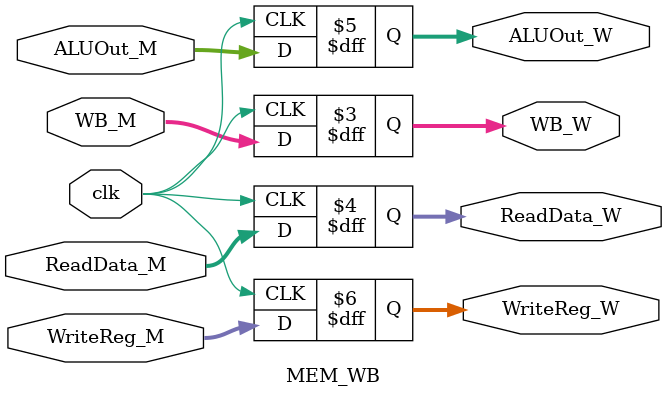
<source format=v>

/* module MEM_WB: handles the pipelining from MEM to WB stages */
module MEM_WB(clk, WB_M, ReadData_M, ALUOut_M, WriteReg_M,
              WB_W, ReadData_W, ALUOut_W, WriteReg_W);

  /* declare inputs */
  input clk;
  input [1:0] WB_M;
  input [31:0] ReadData_M, ALUOut_M;
  input [4:0] WriteReg_M;

  /* declare outputs */
  output reg [1:0] WB_W;
  output reg [31:0] ReadData_W, ALUOut_W;
  output reg [4:0] WriteReg_W;

  /* initialize outputs to zero */
  initial begin
    WB_W = 0;
    ReadData_W = 0;
    ALUOut_W = 0;
    WriteReg_W = 0;
  end

  /* at positive clock edge handle pipe from IF to ID */
  always @(posedge clk)
  begin
    WB_W = WB_M;
    ReadData_W = ReadData_M;
    ALUOut_W = ALUOut_M;
    WriteReg_W = WriteReg_M;
  end

endmodule

</source>
